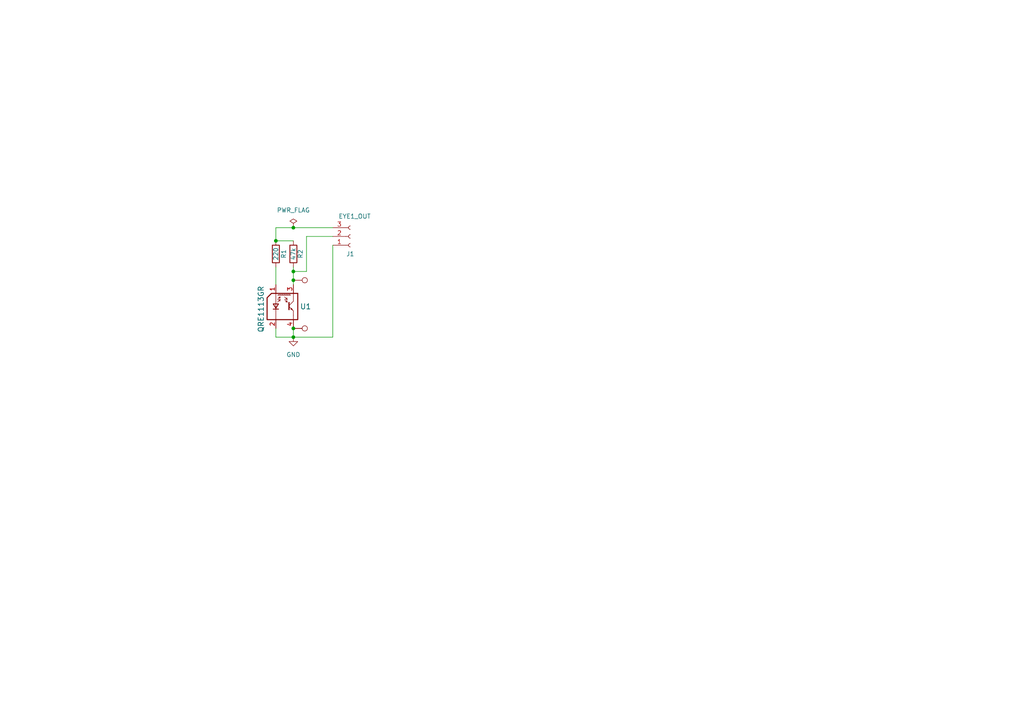
<source format=kicad_sch>
(kicad_sch (version 20231120) (generator "eeschema") (generator_version "8.0")
  (paper "A4")
  (lib_symbols
    (symbol "Connector:Conn_01x03_Socket" (pin_names (offset 1.016) hide)
      (property "Reference" "J" (at 0 5.08 0))
      (property "Value" "Conn_01x03_Socket" (at 0 -5.08 0))
      (symbol "Conn_01x03_Socket_1_1"
        (arc (start 0 -2.032) (mid -0.5058 -2.54) (end 0 -3.048) (stroke (width 0.1524)))
        (polyline (pts (xy -1.27 -2.54) (xy -0.508 -2.54)) (stroke (width 0.1524)))
        (polyline (pts (xy -1.27 0) (xy -0.508 0)) (stroke (width 0.1524)))
        (polyline (pts (xy -1.27 2.54) (xy -0.508 2.54)) (stroke (width 0.1524)))
        (arc (start 0 0.508) (mid -0.5058 0) (end 0 -0.508) (stroke (width 0.1524)))
        (arc (start 0 3.048) (mid -0.5058 2.54) (end 0 2.032) (stroke (width 0.1524)))
        (pin passive line (at -5.08 2.54 0) (length 3.81) (name "Pin_1") (number "1"))
        (pin passive line (at -5.08 0 0) (length 3.81) (name "Pin_2") (number "2"))
        (pin passive line (at -5.08 -2.54 0) (length 3.81) (name "Pin_3") (number "3"))
      )
    )
    (symbol "Connector:TestPoint_no_name" (pin_numbers hide) (pin_names (offset 0.762) hide)
      (property "Value" "TestPoint" (at 0 5.08 0))
      (symbol "TestPoint_no_name_0_1"
        (circle (center 0 3.302) (radius 0.762))
      )
      (symbol "TestPoint_no_name_1_1"
        (pin passive line (at 0 0 90) (length 2.54) (name "1") (number "1"))
      )
    )
    (symbol "Device:R" (pin_numbers hide) (pin_names (offset 0))
      (property "Reference" "R" (at 2.032 0 90))
      (property "Value" "R" (at 0 0 90))
      (symbol "R_0_1"
        (rectangle (start -1.016 -2.54) (end 1.016 2.54) (stroke (width 0.254)))
      )
      (symbol "R_1_1"
        (pin passive line (at 0 3.81 270) (length 1.27) (name "~") (number "1"))
        (pin passive line (at 0 -3.81 90) (length 1.27) (name "~") (number "2"))
      )
    )
    (symbol "Sensor_Proximity:QRE1113GR-rotated" (pin_names (offset 0.0254) hide)
      (property "Reference" "U" (at -7.874 0 0))
      (property "Value" "QRE1113GR" (at 6.604 5.334 90))
      (symbol "QRE1113GR-rotated_0_1"
        (polyline (pts (xy -3.302 -0.762) (xy -1.778 -0.762)) (stroke (width 0.254)))
        (polyline (pts (xy -1.778 3.302) (xy -1.524 3.556)))
        (polyline (pts (xy -1.27 2.032) (xy -1.397 1.524)))
        (polyline (pts (xy -1.27 2.794) (xy -1.397 2.286)))
        (polyline (pts (xy -1.27 3.302) (xy -1.016 3.556)))
        (polyline (pts (xy -0.762 3.302) (xy -0.508 3.556)))
        (polyline (pts (xy -0.254 3.302) (xy 0 3.556)))
        (polyline (pts (xy 0.254 3.302) (xy 0.508 3.556)))
        (polyline (pts (xy 0.762 1.27) (xy 0.254 1.397)))
        (polyline (pts (xy 0.762 2.032) (xy 0.254 2.159)))
        (polyline (pts (xy 0.762 3.302) (xy 1.016 3.556)))
        (polyline (pts (xy 1.27 0) (xy 2.54 -1.27)))
        (polyline (pts (xy 1.27 0.254) (xy 2.54 1.524)))
        (polyline (pts (xy 1.27 3.302) (xy 1.524 3.556)))
        (polyline (pts (xy 1.778 3.302) (xy -2.032 3.302)))
        (polyline (pts (xy -2.032 1.27) (xy -1.27 2.032) (xy -1.778 1.905)))
        (polyline (pts (xy -2.032 2.032) (xy -1.27 2.794) (xy -1.778 2.667)))
        (polyline (pts (xy 0 2.032) (xy 0.762 1.27) (xy 0.635 1.778)))
        (polyline (pts (xy 0 2.794) (xy 0.762 2.032) (xy 0.635 2.54)))
        (polyline (pts (xy 1.27 1.143) (xy 1.27 -0.889) (xy 1.27 -0.889)) (stroke (width 0.3556)))
        (polyline (pts (xy 2.54 -1.27) (xy 2.54 -2.54) (xy 2.54 -2.54)))
        (polyline (pts (xy -2.54 -3.81) (xy -2.54 -2.54) (xy -2.54 2.54) (xy -2.54 3.81)))
        (polyline (pts (xy -2.54 -0.508) (xy -3.302 0.762) (xy -1.778 0.762) (xy -2.54 -0.508)) (stroke (width 0.254)))
        (polyline (pts (xy 2.286 -1.016) (xy 2.032 -0.508) (xy 1.778 -0.762) (xy 2.286 -1.016)))
      )
      (symbol "QRE1113GR-rotated_1_1"
        (polyline (pts (xy 2.54 -2.54) (xy 2.54 -3.81)))
        (polyline (pts (xy 2.54 1.524) (xy 2.54 2.54) (xy 2.54 3.81)))
        (polyline (pts (xy 3.81 3.81) (xy 3.81 -3.81) (xy -5.08 -3.81) (xy -5.08 2.54) (xy -3.81 3.81) (xy 3.81 3.81)) (stroke (width 0.3)))
        (pin passive line (at -2.54 6.35 270) (length 2.54) (name "A") (number "1"))
        (pin passive line (at -2.54 -6.35 90) (length 2.54) (name "K") (number "2"))
        (pin open_collector line (at 2.54 6.35 270) (length 2.54) (name "~") (number "3"))
        (pin open_emitter line (at 2.54 -6.35 90) (length 2.54) (name "~") (number "4"))
      )
    )
    (symbol "power:GND" (power) (pin_numbers hide) (pin_names (offset 0) hide)
      (property "Value" "GND" (at 0 -3.81 0))
      (symbol "GND_0_1"
        (polyline (pts (xy 0 0) (xy 0 -1.27) (xy 1.27 -1.27) (xy 0 -2.54) (xy -1.27 -1.27) (xy 0 -1.27)))
      )
      (symbol "GND_1_1"
        (pin power_in line (at 0 0 270) (length 0) (name "~") (number "1"))
      )
    )
    (symbol "power:PWR_FLAG" (power) (pin_numbers hide) (pin_names (offset 0) hide)
      (property "Value" "PWR_FLAG" (at 0 3.81 0))
      (symbol "PWR_FLAG_0_0"
        (pin power_out line (at 0 0 90) (length 0) (name "~") (number "1"))
      )
      (symbol "PWR_FLAG_0_1"
        (polyline (pts (xy 0 0) (xy 0 1.27) (xy -1.016 1.905) (xy 0 2.54) (xy 1.016 1.905) (xy 0 1.27)))
      )
    )
  )
  (junction (at 85.09 97.79))
  (junction (at 85.09 78.74))
  (junction (at 80.01 69.85))
  (junction (at 85.09 81.28))
  (junction (at 85.09 95.25))
  (junction (at 85.09 66.04))
  (wire (pts (xy 80.01 97.79) (xy 85.09 97.79)))
  (wire (pts (xy 80.01 77.47) (xy 80.01 82.55)))
  (wire (pts (xy 85.09 97.79) (xy 96.52 97.79)))
  (wire (pts (xy 80.01 95.25) (xy 80.01 97.79)))
  (wire (pts (xy 85.09 77.47) (xy 85.09 78.74)))
  (wire (pts (xy 88.9 78.74) (xy 85.09 78.74)))
  (wire (pts (xy 85.09 66.04) (xy 96.52 66.04)))
  (wire (pts (xy 85.09 95.25) (xy 85.09 97.79)))
  (wire (pts (xy 88.9 68.58) (xy 88.9 78.74)))
  (wire (pts (xy 85.09 81.28) (xy 85.09 82.55)))
  (wire (pts (xy 88.9 68.58) (xy 96.52 68.58)))
  (wire (pts (xy 96.52 97.79) (xy 96.52 71.12)))
  (wire (pts (xy 80.01 66.04) (xy 85.09 66.04)))
  (wire (pts (xy 80.01 66.04) (xy 80.01 69.85)))
  (wire (pts (xy 85.09 78.74) (xy 85.09 81.28)))
  (wire (pts (xy 80.01 69.85) (xy 85.09 69.85)))
  (symbol (lib_id "Connector:Conn_01x03_Socket") (at 101.6 68.58 0) (mirror x) (unit 1) (in_bom no)
    (property "Reference" "J1" (at 101.6 73.66 0))
    (property "Value" "EYE1_OUT" (at 102.87 62.738 0))
    (property "Footprint" "easyEDA:CONN-TH_3P-P2.54_MX128-2.54-03P-GN01-CU-Y-A" (effects (hide yes)))
    (property "Description" "Generic connector, single row, 01x03, script generated" (effects (hide yes)))
    (property "Inventory" "-" (effects (hide yes)))
    (property "Manual Assy" "C5188443" (effects (hide yes)))
  )
  (symbol (lib_id "power:GND") (at 85.09 97.79 0) (unit 1)
    (property "Reference" "#PWR01" (effects (hide yes)))
    (property "Value" "GND" (at 85.09 102.87 0))
    (property "Description" "Power symbol creates a global label with name \"GND\" , ground" (effects (hide yes)))
  )
  (symbol (lib_id "Sensor_Proximity:QRE1113GR-rotated") (at 82.55 88.9 0) (unit 1)
    (property "Reference" "U1" (at 88.646 88.9 0) (effects (font (size 1.524 1.524))))
    (property "Value" "QRE1113GR" (at 75.692 89.662 90) (effects (font (size 1.524 1.524))))
    (property "Footprint" "OptoDevice:OnSemi_CASE100CY_1-smaller" (effects (hide yes)))
    (property "Datasheet" "http://www.onsemi.com/pub/Collateral/QRE1113-D.PDF" (effects (hide yes)))
    (property "Description" "Miniature Reflective Optical Object Sensor, SMD-4" (effects (hide yes)))
    (property "Inventory" "L" (effects (hide yes)))
    (property "LCSC" "C81632" (effects (hide yes)))
    (property "Alternative" "C232862" (effects (hide yes)))
    (property "JLCPCB_CORRECTION" "0;0;90" (effects (hide yes)))
  )
  (symbol (lib_id "power:PWR_FLAG") (at 85.09 66.04 0) (unit 1)
    (property "Reference" "#FLG01" (effects (hide yes)))
    (property "Value" "PWR_FLAG" (at 85.09 60.96 0))
    (property "Description" "Special symbol for telling ERC where power comes from" (effects (hide yes)))
  )
  (symbol (lib_id "Device:R") (at 85.09 73.66 0) (unit 1)
    (property "Reference" "R2" (at 87.122 73.66 90))
    (property "Value" "47k" (at 85.09 73.66 90))
    (property "Footprint" "Resistor_SMD:R_0603_1608Metric" (effects (hide yes)))
    (property "Description" "Resistor" (effects (hide yes)))
    (property "Inventory" "B" (effects (hide yes)))
    (property "LCSC" "C25819" (effects (hide yes)))
  )
  (symbol (lib_id "Device:R") (at 80.01 73.66 0) (unit 1)
    (property "Reference" "R1" (at 82.296 73.66 90))
    (property "Value" "220" (at 80.01 73.66 90))
    (property "Footprint" "Resistor_SMD:R_0603_1608Metric" (effects (hide yes)))
    (property "Description" "Resistor" (effects (hide yes)))
    (property "Inventory" "B" (effects (hide yes)))
    (property "LCSC" "C22962" (effects (hide yes)))
  )
  (symbol (lib_id "Connector:TestPoint_no_name") (at 85.09 95.25 270) (unit 1) (in_bom no)
    (property "Reference" "TP2" (effects (hide yes)))
    (property "Value" "TestPoint" (effects (hide yes)))
    (property "Footprint" "TestPoint:TestPoint_THTPad_1.5x1.5mm_Drill0.7mm_no_name" (effects (hide yes)))
    (property "Description" "test point" (effects (hide yes)))
  )
  (symbol (lib_id "Connector:TestPoint_no_name") (at 85.09 81.28 270) (unit 1) (in_bom no)
    (property "Reference" "TP1" (effects (hide yes)))
    (property "Value" "TestPoint" (effects (hide yes)))
    (property "Footprint" "TestPoint:TestPoint_THTPad_1.5x1.5mm_Drill0.7mm_no_name" (effects (hide yes)))
    (property "Description" "test point" (effects (hide yes)))
  )
)
</source>
